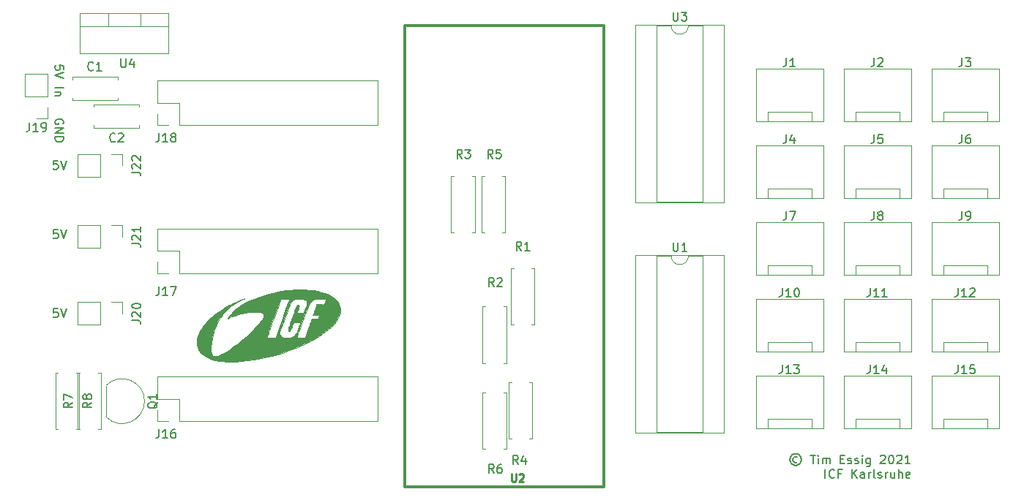
<source format=gbr>
G04 #@! TF.GenerationSoftware,KiCad,Pcbnew,5.1.6+dfsg1-1*
G04 #@! TF.CreationDate,2021-04-10T12:13:44+02:00*
G04 #@! TF.ProjectId,xfaders,78666164-6572-4732-9e6b-696361645f70,rev?*
G04 #@! TF.SameCoordinates,Original*
G04 #@! TF.FileFunction,Legend,Top*
G04 #@! TF.FilePolarity,Positive*
%FSLAX46Y46*%
G04 Gerber Fmt 4.6, Leading zero omitted, Abs format (unit mm)*
G04 Created by KiCad (PCBNEW 5.1.6+dfsg1-1) date 2021-04-10 12:13:44*
%MOMM*%
%LPD*%
G01*
G04 APERTURE LIST*
%ADD10C,0.150000*%
%ADD11C,0.120000*%
%ADD12C,0.304800*%
%ADD13C,0.010000*%
%ADD14C,0.222250*%
G04 APERTURE END LIST*
D10*
X60134523Y-93686380D02*
X59658333Y-93686380D01*
X59610714Y-94162571D01*
X59658333Y-94114952D01*
X59753571Y-94067333D01*
X59991666Y-94067333D01*
X60086904Y-94114952D01*
X60134523Y-94162571D01*
X60182142Y-94257809D01*
X60182142Y-94495904D01*
X60134523Y-94591142D01*
X60086904Y-94638761D01*
X59991666Y-94686380D01*
X59753571Y-94686380D01*
X59658333Y-94638761D01*
X59610714Y-94591142D01*
X60467857Y-93686380D02*
X60801190Y-94686380D01*
X61134523Y-93686380D01*
X60134523Y-84542380D02*
X59658333Y-84542380D01*
X59610714Y-85018571D01*
X59658333Y-84970952D01*
X59753571Y-84923333D01*
X59991666Y-84923333D01*
X60086904Y-84970952D01*
X60134523Y-85018571D01*
X60182142Y-85113809D01*
X60182142Y-85351904D01*
X60134523Y-85447142D01*
X60086904Y-85494761D01*
X59991666Y-85542380D01*
X59753571Y-85542380D01*
X59658333Y-85494761D01*
X59610714Y-85447142D01*
X60467857Y-84542380D02*
X60801190Y-85542380D01*
X61134523Y-84542380D01*
X60134523Y-76541380D02*
X59658333Y-76541380D01*
X59610714Y-77017571D01*
X59658333Y-76969952D01*
X59753571Y-76922333D01*
X59991666Y-76922333D01*
X60086904Y-76969952D01*
X60134523Y-77017571D01*
X60182142Y-77112809D01*
X60182142Y-77350904D01*
X60134523Y-77446142D01*
X60086904Y-77493761D01*
X59991666Y-77541380D01*
X59753571Y-77541380D01*
X59658333Y-77493761D01*
X59610714Y-77446142D01*
X60467857Y-76541380D02*
X60801190Y-77541380D01*
X61134523Y-76541380D01*
X60809119Y-65984928D02*
X60809119Y-65508738D01*
X60332928Y-65461119D01*
X60380547Y-65508738D01*
X60428166Y-65603976D01*
X60428166Y-65842071D01*
X60380547Y-65937309D01*
X60332928Y-65984928D01*
X60237690Y-66032547D01*
X59999595Y-66032547D01*
X59904357Y-65984928D01*
X59856738Y-65937309D01*
X59809119Y-65842071D01*
X59809119Y-65603976D01*
X59856738Y-65508738D01*
X59904357Y-65461119D01*
X60809119Y-66318261D02*
X59809119Y-66651595D01*
X60809119Y-66984928D01*
X59809119Y-68080166D02*
X60809119Y-68080166D01*
X60475785Y-68556357D02*
X59809119Y-68556357D01*
X60380547Y-68556357D02*
X60428166Y-68603976D01*
X60475785Y-68699214D01*
X60475785Y-68842071D01*
X60428166Y-68937309D01*
X60332928Y-68984928D01*
X59809119Y-68984928D01*
X60761500Y-72270642D02*
X60809119Y-72175404D01*
X60809119Y-72032547D01*
X60761500Y-71889690D01*
X60666261Y-71794452D01*
X60571023Y-71746833D01*
X60380547Y-71699214D01*
X60237690Y-71699214D01*
X60047214Y-71746833D01*
X59951976Y-71794452D01*
X59856738Y-71889690D01*
X59809119Y-72032547D01*
X59809119Y-72127785D01*
X59856738Y-72270642D01*
X59904357Y-72318261D01*
X60237690Y-72318261D01*
X60237690Y-72127785D01*
X59809119Y-72746833D02*
X60809119Y-72746833D01*
X59809119Y-73318261D01*
X60809119Y-73318261D01*
X59809119Y-73794452D02*
X60809119Y-73794452D01*
X60809119Y-74032547D01*
X60761500Y-74175404D01*
X60666261Y-74270642D01*
X60571023Y-74318261D01*
X60380547Y-74365880D01*
X60237690Y-74365880D01*
X60047214Y-74318261D01*
X59951976Y-74270642D01*
X59856738Y-74175404D01*
X59809119Y-74032547D01*
X59809119Y-73794452D01*
X145668404Y-110879476D02*
X145573166Y-110831857D01*
X145382690Y-110831857D01*
X145287452Y-110879476D01*
X145192214Y-110974714D01*
X145144595Y-111069952D01*
X145144595Y-111260428D01*
X145192214Y-111355666D01*
X145287452Y-111450904D01*
X145382690Y-111498523D01*
X145573166Y-111498523D01*
X145668404Y-111450904D01*
X145477928Y-110498523D02*
X145239833Y-110546142D01*
X145001738Y-110689000D01*
X144858880Y-110927095D01*
X144811261Y-111165190D01*
X144858880Y-111403285D01*
X145001738Y-111641380D01*
X145239833Y-111784238D01*
X145477928Y-111831857D01*
X145716023Y-111784238D01*
X145954119Y-111641380D01*
X146096976Y-111403285D01*
X146144595Y-111165190D01*
X146096976Y-110927095D01*
X145954119Y-110689000D01*
X145716023Y-110546142D01*
X145477928Y-110498523D01*
X147192214Y-110641380D02*
X147763642Y-110641380D01*
X147477928Y-111641380D02*
X147477928Y-110641380D01*
X148096976Y-111641380D02*
X148096976Y-110974714D01*
X148096976Y-110641380D02*
X148049357Y-110689000D01*
X148096976Y-110736619D01*
X148144595Y-110689000D01*
X148096976Y-110641380D01*
X148096976Y-110736619D01*
X148573166Y-111641380D02*
X148573166Y-110974714D01*
X148573166Y-111069952D02*
X148620785Y-111022333D01*
X148716023Y-110974714D01*
X148858880Y-110974714D01*
X148954119Y-111022333D01*
X149001738Y-111117571D01*
X149001738Y-111641380D01*
X149001738Y-111117571D02*
X149049357Y-111022333D01*
X149144595Y-110974714D01*
X149287452Y-110974714D01*
X149382690Y-111022333D01*
X149430309Y-111117571D01*
X149430309Y-111641380D01*
X150668404Y-111117571D02*
X151001738Y-111117571D01*
X151144595Y-111641380D02*
X150668404Y-111641380D01*
X150668404Y-110641380D01*
X151144595Y-110641380D01*
X151525547Y-111593761D02*
X151620785Y-111641380D01*
X151811261Y-111641380D01*
X151906500Y-111593761D01*
X151954119Y-111498523D01*
X151954119Y-111450904D01*
X151906500Y-111355666D01*
X151811261Y-111308047D01*
X151668404Y-111308047D01*
X151573166Y-111260428D01*
X151525547Y-111165190D01*
X151525547Y-111117571D01*
X151573166Y-111022333D01*
X151668404Y-110974714D01*
X151811261Y-110974714D01*
X151906500Y-111022333D01*
X152335071Y-111593761D02*
X152430309Y-111641380D01*
X152620785Y-111641380D01*
X152716023Y-111593761D01*
X152763642Y-111498523D01*
X152763642Y-111450904D01*
X152716023Y-111355666D01*
X152620785Y-111308047D01*
X152477928Y-111308047D01*
X152382690Y-111260428D01*
X152335071Y-111165190D01*
X152335071Y-111117571D01*
X152382690Y-111022333D01*
X152477928Y-110974714D01*
X152620785Y-110974714D01*
X152716023Y-111022333D01*
X153192214Y-111641380D02*
X153192214Y-110974714D01*
X153192214Y-110641380D02*
X153144595Y-110689000D01*
X153192214Y-110736619D01*
X153239833Y-110689000D01*
X153192214Y-110641380D01*
X153192214Y-110736619D01*
X154096976Y-110974714D02*
X154096976Y-111784238D01*
X154049357Y-111879476D01*
X154001738Y-111927095D01*
X153906500Y-111974714D01*
X153763642Y-111974714D01*
X153668404Y-111927095D01*
X154096976Y-111593761D02*
X154001738Y-111641380D01*
X153811261Y-111641380D01*
X153716023Y-111593761D01*
X153668404Y-111546142D01*
X153620785Y-111450904D01*
X153620785Y-111165190D01*
X153668404Y-111069952D01*
X153716023Y-111022333D01*
X153811261Y-110974714D01*
X154001738Y-110974714D01*
X154096976Y-111022333D01*
X155287452Y-110736619D02*
X155335071Y-110689000D01*
X155430309Y-110641380D01*
X155668404Y-110641380D01*
X155763642Y-110689000D01*
X155811261Y-110736619D01*
X155858880Y-110831857D01*
X155858880Y-110927095D01*
X155811261Y-111069952D01*
X155239833Y-111641380D01*
X155858880Y-111641380D01*
X156477928Y-110641380D02*
X156573166Y-110641380D01*
X156668404Y-110689000D01*
X156716023Y-110736619D01*
X156763642Y-110831857D01*
X156811261Y-111022333D01*
X156811261Y-111260428D01*
X156763642Y-111450904D01*
X156716023Y-111546142D01*
X156668404Y-111593761D01*
X156573166Y-111641380D01*
X156477928Y-111641380D01*
X156382690Y-111593761D01*
X156335071Y-111546142D01*
X156287452Y-111450904D01*
X156239833Y-111260428D01*
X156239833Y-111022333D01*
X156287452Y-110831857D01*
X156335071Y-110736619D01*
X156382690Y-110689000D01*
X156477928Y-110641380D01*
X157192214Y-110736619D02*
X157239833Y-110689000D01*
X157335071Y-110641380D01*
X157573166Y-110641380D01*
X157668404Y-110689000D01*
X157716023Y-110736619D01*
X157763642Y-110831857D01*
X157763642Y-110927095D01*
X157716023Y-111069952D01*
X157144595Y-111641380D01*
X157763642Y-111641380D01*
X158716023Y-111641380D02*
X158144595Y-111641380D01*
X158430309Y-111641380D02*
X158430309Y-110641380D01*
X158335071Y-110784238D01*
X158239833Y-110879476D01*
X158144595Y-110927095D01*
X148906500Y-113291380D02*
X148906500Y-112291380D01*
X149954119Y-113196142D02*
X149906500Y-113243761D01*
X149763642Y-113291380D01*
X149668404Y-113291380D01*
X149525547Y-113243761D01*
X149430309Y-113148523D01*
X149382690Y-113053285D01*
X149335071Y-112862809D01*
X149335071Y-112719952D01*
X149382690Y-112529476D01*
X149430309Y-112434238D01*
X149525547Y-112339000D01*
X149668404Y-112291380D01*
X149763642Y-112291380D01*
X149906500Y-112339000D01*
X149954119Y-112386619D01*
X150716023Y-112767571D02*
X150382690Y-112767571D01*
X150382690Y-113291380D02*
X150382690Y-112291380D01*
X150858880Y-112291380D01*
X152001738Y-113291380D02*
X152001738Y-112291380D01*
X152573166Y-113291380D02*
X152144595Y-112719952D01*
X152573166Y-112291380D02*
X152001738Y-112862809D01*
X153430309Y-113291380D02*
X153430309Y-112767571D01*
X153382690Y-112672333D01*
X153287452Y-112624714D01*
X153096976Y-112624714D01*
X153001738Y-112672333D01*
X153430309Y-113243761D02*
X153335071Y-113291380D01*
X153096976Y-113291380D01*
X153001738Y-113243761D01*
X152954119Y-113148523D01*
X152954119Y-113053285D01*
X153001738Y-112958047D01*
X153096976Y-112910428D01*
X153335071Y-112910428D01*
X153430309Y-112862809D01*
X153906500Y-113291380D02*
X153906500Y-112624714D01*
X153906500Y-112815190D02*
X153954119Y-112719952D01*
X154001738Y-112672333D01*
X154096976Y-112624714D01*
X154192214Y-112624714D01*
X154668404Y-113291380D02*
X154573166Y-113243761D01*
X154525547Y-113148523D01*
X154525547Y-112291380D01*
X155001738Y-113243761D02*
X155096976Y-113291380D01*
X155287452Y-113291380D01*
X155382690Y-113243761D01*
X155430309Y-113148523D01*
X155430309Y-113100904D01*
X155382690Y-113005666D01*
X155287452Y-112958047D01*
X155144595Y-112958047D01*
X155049357Y-112910428D01*
X155001738Y-112815190D01*
X155001738Y-112767571D01*
X155049357Y-112672333D01*
X155144595Y-112624714D01*
X155287452Y-112624714D01*
X155382690Y-112672333D01*
X155858880Y-113291380D02*
X155858880Y-112624714D01*
X155858880Y-112815190D02*
X155906500Y-112719952D01*
X155954119Y-112672333D01*
X156049357Y-112624714D01*
X156144595Y-112624714D01*
X156906500Y-112624714D02*
X156906500Y-113291380D01*
X156477928Y-112624714D02*
X156477928Y-113148523D01*
X156525547Y-113243761D01*
X156620785Y-113291380D01*
X156763642Y-113291380D01*
X156858880Y-113243761D01*
X156906500Y-113196142D01*
X157382690Y-113291380D02*
X157382690Y-112291380D01*
X157811261Y-113291380D02*
X157811261Y-112767571D01*
X157763642Y-112672333D01*
X157668404Y-112624714D01*
X157525547Y-112624714D01*
X157430309Y-112672333D01*
X157382690Y-112719952D01*
X158668404Y-113243761D02*
X158573166Y-113291380D01*
X158382690Y-113291380D01*
X158287452Y-113243761D01*
X158239833Y-113148523D01*
X158239833Y-112767571D01*
X158287452Y-112672333D01*
X158382690Y-112624714D01*
X158573166Y-112624714D01*
X158668404Y-112672333D01*
X158716023Y-112767571D01*
X158716023Y-112862809D01*
X158239833Y-112958047D01*
D11*
X61809000Y-66829000D02*
X67049000Y-66829000D01*
X61809000Y-69569000D02*
X67049000Y-69569000D01*
X61809000Y-66829000D02*
X61809000Y-67144000D01*
X61809000Y-69254000D02*
X61809000Y-69569000D01*
X67049000Y-66829000D02*
X67049000Y-67144000D01*
X67049000Y-69254000D02*
X67049000Y-69569000D01*
X64269000Y-70004000D02*
X69509000Y-70004000D01*
X64269000Y-72744000D02*
X69509000Y-72744000D01*
X64269000Y-70004000D02*
X64269000Y-70319000D01*
X64269000Y-72429000D02*
X64269000Y-72744000D01*
X69509000Y-70004000D02*
X69509000Y-70319000D01*
X69509000Y-72429000D02*
X69509000Y-72744000D01*
X65714000Y-102594000D02*
X65714000Y-106194000D01*
X65725522Y-106232478D02*
G75*
G03*
X70164000Y-104394000I1838478J1838478D01*
G01*
X65725522Y-102555522D02*
G75*
G02*
X70164000Y-104394000I1838478J-1838478D01*
G01*
D12*
X123260000Y-60910000D02*
X123260000Y-114310000D01*
X123260000Y-114310000D02*
X100260000Y-114310000D01*
X100260000Y-114310000D02*
X100260000Y-60910000D01*
X100260000Y-60910000D02*
X123260000Y-60910000D01*
D11*
X62424000Y-84014000D02*
X62424000Y-86674000D01*
X65024000Y-84014000D02*
X62424000Y-84014000D01*
X65024000Y-86674000D02*
X62424000Y-86674000D01*
X65024000Y-84014000D02*
X65024000Y-86674000D01*
X66294000Y-84014000D02*
X67624000Y-84014000D01*
X67624000Y-84014000D02*
X67624000Y-85344000D01*
X62424000Y-92904000D02*
X62424000Y-95564000D01*
X65024000Y-92904000D02*
X62424000Y-92904000D01*
X65024000Y-95564000D02*
X62424000Y-95564000D01*
X65024000Y-92904000D02*
X65024000Y-95564000D01*
X66294000Y-92904000D02*
X67624000Y-92904000D01*
X67624000Y-92904000D02*
X67624000Y-94234000D01*
X58988000Y-66488000D02*
X56328000Y-66488000D01*
X58988000Y-69088000D02*
X58988000Y-66488000D01*
X56328000Y-69088000D02*
X56328000Y-66488000D01*
X58988000Y-69088000D02*
X56328000Y-69088000D01*
X58988000Y-70358000D02*
X58988000Y-71688000D01*
X58988000Y-71688000D02*
X57658000Y-71688000D01*
X62424000Y-75759000D02*
X62424000Y-78419000D01*
X65024000Y-75759000D02*
X62424000Y-75759000D01*
X65024000Y-78419000D02*
X62424000Y-78419000D01*
X65024000Y-75759000D02*
X65024000Y-78419000D01*
X66294000Y-75759000D02*
X67624000Y-75759000D01*
X67624000Y-75759000D02*
X67624000Y-77089000D01*
X62698000Y-59468000D02*
X72938000Y-59468000D01*
X62698000Y-64109000D02*
X72938000Y-64109000D01*
X62698000Y-59468000D02*
X62698000Y-64109000D01*
X72938000Y-59468000D02*
X72938000Y-64109000D01*
X62698000Y-60978000D02*
X72938000Y-60978000D01*
X65968000Y-59468000D02*
X65968000Y-60978000D01*
X69669000Y-59468000D02*
X69669000Y-60978000D01*
X62254000Y-101124000D02*
X62584000Y-101124000D01*
X62584000Y-101124000D02*
X62584000Y-107664000D01*
X62584000Y-107664000D02*
X62254000Y-107664000D01*
X60174000Y-101124000D02*
X59844000Y-101124000D01*
X59844000Y-101124000D02*
X59844000Y-107664000D01*
X59844000Y-107664000D02*
X60174000Y-107664000D01*
X62714000Y-107664000D02*
X62384000Y-107664000D01*
X62384000Y-107664000D02*
X62384000Y-101124000D01*
X62384000Y-101124000D02*
X62714000Y-101124000D01*
X64794000Y-107664000D02*
X65124000Y-107664000D01*
X65124000Y-107664000D02*
X65124000Y-101124000D01*
X65124000Y-101124000D02*
X64794000Y-101124000D01*
X111677320Y-103384600D02*
X112007320Y-103384600D01*
X112007320Y-103384600D02*
X112007320Y-109924600D01*
X112007320Y-109924600D02*
X111677320Y-109924600D01*
X109597320Y-103384600D02*
X109267320Y-103384600D01*
X109267320Y-103384600D02*
X109267320Y-109924600D01*
X109267320Y-109924600D02*
X109597320Y-109924600D01*
X111565560Y-78304640D02*
X111895560Y-78304640D01*
X111895560Y-78304640D02*
X111895560Y-84844640D01*
X111895560Y-84844640D02*
X111565560Y-84844640D01*
X109485560Y-78304640D02*
X109155560Y-78304640D01*
X109155560Y-78304640D02*
X109155560Y-84844640D01*
X109155560Y-84844640D02*
X109485560Y-84844640D01*
X112589440Y-108756200D02*
X112259440Y-108756200D01*
X112259440Y-108756200D02*
X112259440Y-102216200D01*
X112259440Y-102216200D02*
X112589440Y-102216200D01*
X114669440Y-108756200D02*
X114999440Y-108756200D01*
X114999440Y-108756200D02*
X114999440Y-102216200D01*
X114999440Y-102216200D02*
X114669440Y-102216200D01*
X108050200Y-78350360D02*
X108380200Y-78350360D01*
X108380200Y-78350360D02*
X108380200Y-84890360D01*
X108380200Y-84890360D02*
X108050200Y-84890360D01*
X105970200Y-78350360D02*
X105640200Y-78350360D01*
X105640200Y-78350360D02*
X105640200Y-84890360D01*
X105640200Y-84890360D02*
X105970200Y-84890360D01*
X109597320Y-99972880D02*
X109267320Y-99972880D01*
X109267320Y-99972880D02*
X109267320Y-93432880D01*
X109267320Y-93432880D02*
X109597320Y-93432880D01*
X111677320Y-99972880D02*
X112007320Y-99972880D01*
X112007320Y-99972880D02*
X112007320Y-93432880D01*
X112007320Y-93432880D02*
X111677320Y-93432880D01*
X112863760Y-95527880D02*
X112533760Y-95527880D01*
X112533760Y-95527880D02*
X112533760Y-88987880D01*
X112533760Y-88987880D02*
X112863760Y-88987880D01*
X114943760Y-95527880D02*
X115273760Y-95527880D01*
X115273760Y-95527880D02*
X115273760Y-88987880D01*
X115273760Y-88987880D02*
X114943760Y-88987880D01*
X137220000Y-60840000D02*
X126940000Y-60840000D01*
X137220000Y-81400000D02*
X137220000Y-60840000D01*
X126940000Y-81400000D02*
X137220000Y-81400000D01*
X126940000Y-60840000D02*
X126940000Y-81400000D01*
X134730000Y-60900000D02*
X133080000Y-60900000D01*
X134730000Y-81340000D02*
X134730000Y-60900000D01*
X129430000Y-81340000D02*
X134730000Y-81340000D01*
X129430000Y-60900000D02*
X129430000Y-81340000D01*
X131080000Y-60900000D02*
X129430000Y-60900000D01*
X133080000Y-60900000D02*
G75*
G02*
X131080000Y-60900000I-1000000J0D01*
G01*
X131080000Y-87570000D02*
X129430000Y-87570000D01*
X129430000Y-87570000D02*
X129430000Y-108010000D01*
X129430000Y-108010000D02*
X134730000Y-108010000D01*
X134730000Y-108010000D02*
X134730000Y-87570000D01*
X134730000Y-87570000D02*
X133080000Y-87570000D01*
X126940000Y-87510000D02*
X126940000Y-108070000D01*
X126940000Y-108070000D02*
X137220000Y-108070000D01*
X137220000Y-108070000D02*
X137220000Y-87510000D01*
X137220000Y-87510000D02*
X126940000Y-87510000D01*
X133080000Y-87570000D02*
G75*
G02*
X131080000Y-87570000I-1000000J0D01*
G01*
D13*
G36*
X81724500Y-92508917D02*
G01*
X81713916Y-92519500D01*
X81703333Y-92508917D01*
X81713916Y-92498333D01*
X81724500Y-92508917D01*
G37*
X81724500Y-92508917D02*
X81713916Y-92519500D01*
X81703333Y-92508917D01*
X81713916Y-92498333D01*
X81724500Y-92508917D01*
G36*
X81675111Y-92526555D02*
G01*
X81672205Y-92539139D01*
X81661000Y-92540667D01*
X81643577Y-92532922D01*
X81646888Y-92526555D01*
X81672008Y-92524022D01*
X81675111Y-92526555D01*
G37*
X81675111Y-92526555D02*
X81672205Y-92539139D01*
X81661000Y-92540667D01*
X81643577Y-92532922D01*
X81646888Y-92526555D01*
X81672008Y-92524022D01*
X81675111Y-92526555D01*
G36*
X88090127Y-91470883D02*
G01*
X88277922Y-91475666D01*
X88474136Y-91482393D01*
X88670320Y-91490767D01*
X88858024Y-91500487D01*
X89028798Y-91511256D01*
X89174194Y-91522774D01*
X89206345Y-91525810D01*
X89700242Y-91585471D01*
X90159131Y-91663724D01*
X90582646Y-91760374D01*
X90970421Y-91875228D01*
X91322088Y-92008091D01*
X91637281Y-92158769D01*
X91915632Y-92327068D01*
X92156776Y-92512794D01*
X92360344Y-92715753D01*
X92525972Y-92935751D01*
X92653291Y-93172595D01*
X92732256Y-93390960D01*
X92761038Y-93523638D01*
X92780839Y-93681166D01*
X92790776Y-93847732D01*
X92789969Y-94007525D01*
X92777539Y-94144734D01*
X92775077Y-94159779D01*
X92709749Y-94417715D01*
X92603279Y-94680218D01*
X92456518Y-94946493D01*
X92270316Y-95215743D01*
X92045523Y-95487174D01*
X91782991Y-95759989D01*
X91483569Y-96033392D01*
X91148109Y-96306588D01*
X90777460Y-96578780D01*
X90372472Y-96849174D01*
X89933997Y-97116973D01*
X89462885Y-97381381D01*
X89164583Y-97538233D01*
X88439690Y-97890109D01*
X87684371Y-98217955D01*
X86904085Y-98520198D01*
X86104292Y-98795264D01*
X85290453Y-99041579D01*
X84468026Y-99257569D01*
X83642473Y-99441661D01*
X82819252Y-99592281D01*
X82003825Y-99707855D01*
X81428166Y-99768169D01*
X81103885Y-99793807D01*
X80777621Y-99813636D01*
X80458120Y-99827362D01*
X80154130Y-99834688D01*
X79874399Y-99835319D01*
X79629000Y-99829016D01*
X79186195Y-99797690D01*
X78769695Y-99743880D01*
X78380544Y-99668301D01*
X78019787Y-99571664D01*
X77688471Y-99454685D01*
X77387641Y-99318077D01*
X77118342Y-99162554D01*
X76881621Y-98988829D01*
X76678522Y-98797615D01*
X76510091Y-98589627D01*
X76377374Y-98365578D01*
X76281417Y-98126181D01*
X76223264Y-97872151D01*
X76203962Y-97604201D01*
X76207331Y-97493667D01*
X76246266Y-97182054D01*
X76325863Y-96866222D01*
X76444830Y-96547595D01*
X76601874Y-96227602D01*
X76795703Y-95907669D01*
X77025023Y-95589223D01*
X77288542Y-95273690D01*
X77584968Y-94962499D01*
X77913008Y-94657075D01*
X78271369Y-94358846D01*
X78658759Y-94069238D01*
X79073885Y-93789679D01*
X79515455Y-93521596D01*
X79982175Y-93266414D01*
X80084083Y-93214182D01*
X80221364Y-93145269D01*
X80362523Y-93075548D01*
X80497258Y-93010026D01*
X80615269Y-92953711D01*
X80706256Y-92911611D01*
X80708500Y-92910603D01*
X80788877Y-92875301D01*
X80889250Y-92832419D01*
X81002989Y-92784658D01*
X81123465Y-92734722D01*
X81244047Y-92685313D01*
X81358107Y-92639133D01*
X81459014Y-92598885D01*
X81540141Y-92567270D01*
X81594856Y-92546991D01*
X81616031Y-92540667D01*
X81601863Y-92549535D01*
X81555136Y-92574286D01*
X81481289Y-92612138D01*
X81385760Y-92660311D01*
X81273987Y-92716022D01*
X81247847Y-92728969D01*
X80879495Y-92923114D01*
X80545154Y-93125384D01*
X80236562Y-93341586D01*
X79945459Y-93577529D01*
X79663585Y-93839024D01*
X79649458Y-93853000D01*
X79485358Y-94019953D01*
X79345443Y-94172463D01*
X79220286Y-94321825D01*
X79100462Y-94479333D01*
X78976544Y-94656280D01*
X78966018Y-94671841D01*
X78705068Y-95094984D01*
X78479245Y-95539343D01*
X78288345Y-96005588D01*
X78132162Y-96494386D01*
X78010493Y-97006407D01*
X77923133Y-97542319D01*
X77869878Y-98102790D01*
X77859966Y-98288343D01*
X77855246Y-98505656D01*
X77862417Y-98685699D01*
X77882401Y-98832089D01*
X77916121Y-98948444D01*
X77964499Y-99038381D01*
X78028458Y-99105517D01*
X78076466Y-99137346D01*
X78179206Y-99180785D01*
X78289640Y-99198084D01*
X78419064Y-99190396D01*
X78486000Y-99179190D01*
X78674019Y-99129579D01*
X78886945Y-99049265D01*
X79122444Y-98939948D01*
X79378183Y-98803330D01*
X79651827Y-98641114D01*
X79941045Y-98455001D01*
X80243502Y-98246693D01*
X80556865Y-98017891D01*
X80878801Y-97770297D01*
X81206977Y-97505613D01*
X81539059Y-97225540D01*
X81744410Y-97044743D01*
X84311343Y-97044743D01*
X84319492Y-97053564D01*
X84341230Y-97060097D01*
X84381309Y-97064680D01*
X84444480Y-97067655D01*
X84535495Y-97069362D01*
X84659106Y-97070141D01*
X84820064Y-97070333D01*
X85356215Y-97070333D01*
X85563346Y-96470561D01*
X85774470Y-96470561D01*
X85784817Y-96609440D01*
X85834721Y-96734157D01*
X85923572Y-96843315D01*
X86050758Y-96935518D01*
X86081109Y-96951991D01*
X86218483Y-97006057D01*
X86383708Y-97043861D01*
X86565102Y-97064288D01*
X86750984Y-97066221D01*
X86815539Y-97059834D01*
X87735833Y-97059834D01*
X87756033Y-97062767D01*
X87812766Y-97065385D01*
X87900235Y-97067566D01*
X88012638Y-97069190D01*
X88144178Y-97070137D01*
X88241254Y-97070333D01*
X88746675Y-97070333D01*
X89102023Y-96017292D01*
X89170607Y-95814106D01*
X89235481Y-95622025D01*
X89295313Y-95444981D01*
X89348774Y-95286908D01*
X89394531Y-95151737D01*
X89431255Y-95043401D01*
X89457614Y-94965833D01*
X89472277Y-94922966D01*
X89474494Y-94916625D01*
X89481851Y-94899664D01*
X89493926Y-94887300D01*
X89516760Y-94878805D01*
X89556392Y-94873454D01*
X89618864Y-94870521D01*
X89710215Y-94869279D01*
X89836487Y-94869003D01*
X89870673Y-94869000D01*
X90249728Y-94869000D01*
X90397758Y-94456250D01*
X90019295Y-94450481D01*
X89898030Y-94447816D01*
X89792888Y-94443948D01*
X89710567Y-94439251D01*
X89657764Y-94434099D01*
X89641011Y-94429314D01*
X89647725Y-94406190D01*
X89666650Y-94348083D01*
X89696096Y-94259994D01*
X89734375Y-94146927D01*
X89779800Y-94013884D01*
X89830681Y-93865867D01*
X89852678Y-93802159D01*
X89905250Y-93649787D01*
X89953057Y-93510650D01*
X89994417Y-93389690D01*
X90027647Y-93291850D01*
X90051065Y-93222069D01*
X90062990Y-93185289D01*
X90064166Y-93180883D01*
X90084025Y-93179414D01*
X90138433Y-93179352D01*
X90219637Y-93180478D01*
X90319885Y-93182572D01*
X90431422Y-93185415D01*
X90546497Y-93188788D01*
X90657356Y-93192473D01*
X90756246Y-93196249D01*
X90835415Y-93199898D01*
X90887109Y-93203200D01*
X90899164Y-93204488D01*
X90911041Y-93186685D01*
X90934043Y-93137159D01*
X90965011Y-93064040D01*
X91000791Y-92975459D01*
X91038225Y-92879543D01*
X91074156Y-92784424D01*
X91105429Y-92698231D01*
X91128886Y-92629093D01*
X91141370Y-92585139D01*
X91142533Y-92577708D01*
X91122851Y-92572239D01*
X91067111Y-92567944D01*
X90981570Y-92564782D01*
X90872485Y-92562717D01*
X90746115Y-92561708D01*
X90608717Y-92561717D01*
X90466548Y-92562705D01*
X90325866Y-92564634D01*
X90192929Y-92567464D01*
X90073994Y-92571157D01*
X89975318Y-92575673D01*
X89903160Y-92580975D01*
X89869416Y-92585608D01*
X89694780Y-92642143D01*
X89540559Y-92734146D01*
X89404489Y-92863232D01*
X89316475Y-92980062D01*
X89265708Y-93060649D01*
X89219968Y-93140117D01*
X89188389Y-93202514D01*
X89186271Y-93207417D01*
X89173235Y-93240410D01*
X89146983Y-93308649D01*
X89108756Y-93408839D01*
X89059793Y-93537686D01*
X89001336Y-93691895D01*
X88934625Y-93868171D01*
X88860899Y-94063219D01*
X88781400Y-94273746D01*
X88697369Y-94496455D01*
X88610044Y-94728054D01*
X88520668Y-94965246D01*
X88430480Y-95204737D01*
X88340721Y-95443233D01*
X88252631Y-95677439D01*
X88167450Y-95904060D01*
X88086420Y-96119802D01*
X88010780Y-96321370D01*
X87941771Y-96505469D01*
X87880634Y-96668805D01*
X87828609Y-96808083D01*
X87786936Y-96920009D01*
X87756855Y-97001287D01*
X87739608Y-97048623D01*
X87735833Y-97059834D01*
X86815539Y-97059834D01*
X86929671Y-97048542D01*
X86984416Y-97038352D01*
X87193025Y-96973777D01*
X87380171Y-96872914D01*
X87544957Y-96736477D01*
X87686483Y-96565181D01*
X87782324Y-96403583D01*
X87808887Y-96345449D01*
X87844513Y-96258731D01*
X87886823Y-96150104D01*
X87933433Y-96026240D01*
X87981961Y-95893812D01*
X88030026Y-95759492D01*
X88075245Y-95629954D01*
X88115236Y-95511870D01*
X88147618Y-95411912D01*
X88170008Y-95336755D01*
X88180024Y-95293069D01*
X88180333Y-95288654D01*
X88160279Y-95283096D01*
X88104544Y-95278839D01*
X88019763Y-95276102D01*
X87912576Y-95275104D01*
X87794874Y-95275981D01*
X87409415Y-95281750D01*
X87270288Y-95642491D01*
X87204717Y-95809133D01*
X87149323Y-95941224D01*
X87101098Y-96044439D01*
X87057036Y-96124456D01*
X87014127Y-96186951D01*
X86969366Y-96237601D01*
X86940902Y-96264197D01*
X86882497Y-96308986D01*
X86841618Y-96320008D01*
X86809616Y-96296764D01*
X86785610Y-96255265D01*
X86769356Y-96207774D01*
X86767412Y-96151623D01*
X86778781Y-96072980D01*
X86789009Y-96036269D01*
X86812251Y-95963758D01*
X86847093Y-95859445D01*
X86892123Y-95727329D01*
X86945928Y-95571409D01*
X87007094Y-95395685D01*
X87074210Y-95204153D01*
X87145861Y-95000815D01*
X87220636Y-94789668D01*
X87297120Y-94574711D01*
X87373902Y-94359943D01*
X87449568Y-94149363D01*
X87522705Y-93946970D01*
X87591900Y-93756763D01*
X87655740Y-93582740D01*
X87712813Y-93428901D01*
X87716830Y-93418159D01*
X87755075Y-93334697D01*
X87798663Y-93285779D01*
X87856787Y-93263791D01*
X87907400Y-93260333D01*
X87980396Y-93275675D01*
X88032313Y-93316395D01*
X88053274Y-93374530D01*
X88053333Y-93377966D01*
X88046554Y-93412695D01*
X88027732Y-93479890D01*
X87999145Y-93572178D01*
X87963067Y-93682185D01*
X87926333Y-93789500D01*
X87885897Y-93905827D01*
X87850778Y-94007710D01*
X87823179Y-94088687D01*
X87805303Y-94142295D01*
X87799333Y-94161981D01*
X87819394Y-94164683D01*
X87875154Y-94167029D01*
X87959980Y-94168873D01*
X88067240Y-94170069D01*
X88185625Y-94170472D01*
X88571916Y-94170444D01*
X88761093Y-93670278D01*
X88820839Y-93511168D01*
X88866744Y-93385539D01*
X88900562Y-93287513D01*
X88924049Y-93211215D01*
X88938962Y-93150770D01*
X88947054Y-93100300D01*
X88950082Y-93053932D01*
X88950270Y-93037052D01*
X88937986Y-92916790D01*
X88897994Y-92821211D01*
X88825585Y-92743280D01*
X88716051Y-92675957D01*
X88705064Y-92670589D01*
X88598227Y-92627409D01*
X88478624Y-92596127D01*
X88339427Y-92575820D01*
X88173810Y-92565565D01*
X87974944Y-92564439D01*
X87926333Y-92565319D01*
X87772303Y-92570643D01*
X87651451Y-92581390D01*
X87554665Y-92600995D01*
X87472835Y-92632894D01*
X87396852Y-92680520D01*
X87317605Y-92747309D01*
X87237614Y-92824984D01*
X87088646Y-92974583D01*
X86466662Y-94583250D01*
X86369390Y-94835104D01*
X86275798Y-95077959D01*
X86187124Y-95308575D01*
X86104605Y-95523708D01*
X86029479Y-95720116D01*
X85962982Y-95894557D01*
X85906353Y-96043789D01*
X85860827Y-96164569D01*
X85827644Y-96253656D01*
X85808039Y-96307806D01*
X85804290Y-96318917D01*
X85774470Y-96470561D01*
X85563346Y-96470561D01*
X86125582Y-94842542D01*
X86227661Y-94546980D01*
X86325949Y-94262437D01*
X86419554Y-93991490D01*
X86507585Y-93736720D01*
X86589150Y-93500704D01*
X86663357Y-93286022D01*
X86729316Y-93095252D01*
X86786133Y-92930974D01*
X86832919Y-92795766D01*
X86868781Y-92692206D01*
X86892828Y-92622875D01*
X86904168Y-92590350D01*
X86904906Y-92588292D01*
X86899412Y-92579569D01*
X86872891Y-92572864D01*
X86821351Y-92567959D01*
X86740797Y-92564639D01*
X86627239Y-92562685D01*
X86476683Y-92561883D01*
X86417445Y-92561833D01*
X86257428Y-92562147D01*
X86134776Y-92563302D01*
X86044523Y-92565617D01*
X85981706Y-92569413D01*
X85941358Y-92575011D01*
X85918514Y-92582729D01*
X85908210Y-92592887D01*
X85907415Y-92594704D01*
X85895718Y-92626423D01*
X85871105Y-92694144D01*
X85834695Y-92794753D01*
X85787607Y-92925139D01*
X85730959Y-93082188D01*
X85665870Y-93262789D01*
X85593459Y-93463829D01*
X85514845Y-93682195D01*
X85431146Y-93914775D01*
X85343481Y-94158457D01*
X85252969Y-94410127D01*
X85160729Y-94666674D01*
X85067878Y-94924985D01*
X84975537Y-95181948D01*
X84884823Y-95434449D01*
X84796856Y-95679378D01*
X84712754Y-95913620D01*
X84633635Y-96134065D01*
X84560620Y-96337598D01*
X84494826Y-96521108D01*
X84437371Y-96681483D01*
X84389376Y-96815609D01*
X84351958Y-96920375D01*
X84326237Y-96992667D01*
X84313330Y-97029374D01*
X84312033Y-97033292D01*
X84311343Y-97044743D01*
X81744410Y-97044743D01*
X81872714Y-96931781D01*
X82205609Y-96626037D01*
X82535410Y-96310009D01*
X82846333Y-95999150D01*
X83109620Y-95724066D01*
X83337896Y-95472327D01*
X83531327Y-95243729D01*
X83690080Y-95038067D01*
X83814319Y-94855135D01*
X83904212Y-94694728D01*
X83906948Y-94689083D01*
X83956419Y-94553146D01*
X83966734Y-94432659D01*
X83938253Y-94327889D01*
X83871336Y-94239105D01*
X83766344Y-94166574D01*
X83623638Y-94110562D01*
X83443576Y-94071336D01*
X83226521Y-94049165D01*
X83036833Y-94043885D01*
X82635608Y-94057155D01*
X82221794Y-94096670D01*
X81803170Y-94160645D01*
X81387514Y-94247296D01*
X80982606Y-94354839D01*
X80596223Y-94481489D01*
X80236146Y-94625462D01*
X79989676Y-94742887D01*
X79907077Y-94784268D01*
X79839343Y-94816034D01*
X79794575Y-94834520D01*
X79780797Y-94837352D01*
X79784861Y-94814001D01*
X79808345Y-94763228D01*
X79846826Y-94692590D01*
X79895877Y-94609643D01*
X79951073Y-94521944D01*
X80007990Y-94437048D01*
X80047355Y-94382167D01*
X80247047Y-94142906D01*
X80486363Y-93907466D01*
X80762688Y-93676846D01*
X81073406Y-93452045D01*
X81415902Y-93234065D01*
X81787561Y-93023905D01*
X82185766Y-92822564D01*
X82607904Y-92631042D01*
X83051359Y-92450339D01*
X83513514Y-92281456D01*
X83991755Y-92125391D01*
X84483467Y-91983146D01*
X84986035Y-91855718D01*
X85496842Y-91744110D01*
X86013273Y-91649319D01*
X86532714Y-91572346D01*
X87052549Y-91514192D01*
X87570162Y-91475855D01*
X87661750Y-91471191D01*
X87773591Y-91468347D01*
X87919200Y-91468344D01*
X88090127Y-91470883D01*
G37*
X88090127Y-91470883D02*
X88277922Y-91475666D01*
X88474136Y-91482393D01*
X88670320Y-91490767D01*
X88858024Y-91500487D01*
X89028798Y-91511256D01*
X89174194Y-91522774D01*
X89206345Y-91525810D01*
X89700242Y-91585471D01*
X90159131Y-91663724D01*
X90582646Y-91760374D01*
X90970421Y-91875228D01*
X91322088Y-92008091D01*
X91637281Y-92158769D01*
X91915632Y-92327068D01*
X92156776Y-92512794D01*
X92360344Y-92715753D01*
X92525972Y-92935751D01*
X92653291Y-93172595D01*
X92732256Y-93390960D01*
X92761038Y-93523638D01*
X92780839Y-93681166D01*
X92790776Y-93847732D01*
X92789969Y-94007525D01*
X92777539Y-94144734D01*
X92775077Y-94159779D01*
X92709749Y-94417715D01*
X92603279Y-94680218D01*
X92456518Y-94946493D01*
X92270316Y-95215743D01*
X92045523Y-95487174D01*
X91782991Y-95759989D01*
X91483569Y-96033392D01*
X91148109Y-96306588D01*
X90777460Y-96578780D01*
X90372472Y-96849174D01*
X89933997Y-97116973D01*
X89462885Y-97381381D01*
X89164583Y-97538233D01*
X88439690Y-97890109D01*
X87684371Y-98217955D01*
X86904085Y-98520198D01*
X86104292Y-98795264D01*
X85290453Y-99041579D01*
X84468026Y-99257569D01*
X83642473Y-99441661D01*
X82819252Y-99592281D01*
X82003825Y-99707855D01*
X81428166Y-99768169D01*
X81103885Y-99793807D01*
X80777621Y-99813636D01*
X80458120Y-99827362D01*
X80154130Y-99834688D01*
X79874399Y-99835319D01*
X79629000Y-99829016D01*
X79186195Y-99797690D01*
X78769695Y-99743880D01*
X78380544Y-99668301D01*
X78019787Y-99571664D01*
X77688471Y-99454685D01*
X77387641Y-99318077D01*
X77118342Y-99162554D01*
X76881621Y-98988829D01*
X76678522Y-98797615D01*
X76510091Y-98589627D01*
X76377374Y-98365578D01*
X76281417Y-98126181D01*
X76223264Y-97872151D01*
X76203962Y-97604201D01*
X76207331Y-97493667D01*
X76246266Y-97182054D01*
X76325863Y-96866222D01*
X76444830Y-96547595D01*
X76601874Y-96227602D01*
X76795703Y-95907669D01*
X77025023Y-95589223D01*
X77288542Y-95273690D01*
X77584968Y-94962499D01*
X77913008Y-94657075D01*
X78271369Y-94358846D01*
X78658759Y-94069238D01*
X79073885Y-93789679D01*
X79515455Y-93521596D01*
X79982175Y-93266414D01*
X80084083Y-93214182D01*
X80221364Y-93145269D01*
X80362523Y-93075548D01*
X80497258Y-93010026D01*
X80615269Y-92953711D01*
X80706256Y-92911611D01*
X80708500Y-92910603D01*
X80788877Y-92875301D01*
X80889250Y-92832419D01*
X81002989Y-92784658D01*
X81123465Y-92734722D01*
X81244047Y-92685313D01*
X81358107Y-92639133D01*
X81459014Y-92598885D01*
X81540141Y-92567270D01*
X81594856Y-92546991D01*
X81616031Y-92540667D01*
X81601863Y-92549535D01*
X81555136Y-92574286D01*
X81481289Y-92612138D01*
X81385760Y-92660311D01*
X81273987Y-92716022D01*
X81247847Y-92728969D01*
X80879495Y-92923114D01*
X80545154Y-93125384D01*
X80236562Y-93341586D01*
X79945459Y-93577529D01*
X79663585Y-93839024D01*
X79649458Y-93853000D01*
X79485358Y-94019953D01*
X79345443Y-94172463D01*
X79220286Y-94321825D01*
X79100462Y-94479333D01*
X78976544Y-94656280D01*
X78966018Y-94671841D01*
X78705068Y-95094984D01*
X78479245Y-95539343D01*
X78288345Y-96005588D01*
X78132162Y-96494386D01*
X78010493Y-97006407D01*
X77923133Y-97542319D01*
X77869878Y-98102790D01*
X77859966Y-98288343D01*
X77855246Y-98505656D01*
X77862417Y-98685699D01*
X77882401Y-98832089D01*
X77916121Y-98948444D01*
X77964499Y-99038381D01*
X78028458Y-99105517D01*
X78076466Y-99137346D01*
X78179206Y-99180785D01*
X78289640Y-99198084D01*
X78419064Y-99190396D01*
X78486000Y-99179190D01*
X78674019Y-99129579D01*
X78886945Y-99049265D01*
X79122444Y-98939948D01*
X79378183Y-98803330D01*
X79651827Y-98641114D01*
X79941045Y-98455001D01*
X80243502Y-98246693D01*
X80556865Y-98017891D01*
X80878801Y-97770297D01*
X81206977Y-97505613D01*
X81539059Y-97225540D01*
X81744410Y-97044743D01*
X84311343Y-97044743D01*
X84319492Y-97053564D01*
X84341230Y-97060097D01*
X84381309Y-97064680D01*
X84444480Y-97067655D01*
X84535495Y-97069362D01*
X84659106Y-97070141D01*
X84820064Y-97070333D01*
X85356215Y-97070333D01*
X85563346Y-96470561D01*
X85774470Y-96470561D01*
X85784817Y-96609440D01*
X85834721Y-96734157D01*
X85923572Y-96843315D01*
X86050758Y-96935518D01*
X86081109Y-96951991D01*
X86218483Y-97006057D01*
X86383708Y-97043861D01*
X86565102Y-97064288D01*
X86750984Y-97066221D01*
X86815539Y-97059834D01*
X87735833Y-97059834D01*
X87756033Y-97062767D01*
X87812766Y-97065385D01*
X87900235Y-97067566D01*
X88012638Y-97069190D01*
X88144178Y-97070137D01*
X88241254Y-97070333D01*
X88746675Y-97070333D01*
X89102023Y-96017292D01*
X89170607Y-95814106D01*
X89235481Y-95622025D01*
X89295313Y-95444981D01*
X89348774Y-95286908D01*
X89394531Y-95151737D01*
X89431255Y-95043401D01*
X89457614Y-94965833D01*
X89472277Y-94922966D01*
X89474494Y-94916625D01*
X89481851Y-94899664D01*
X89493926Y-94887300D01*
X89516760Y-94878805D01*
X89556392Y-94873454D01*
X89618864Y-94870521D01*
X89710215Y-94869279D01*
X89836487Y-94869003D01*
X89870673Y-94869000D01*
X90249728Y-94869000D01*
X90397758Y-94456250D01*
X90019295Y-94450481D01*
X89898030Y-94447816D01*
X89792888Y-94443948D01*
X89710567Y-94439251D01*
X89657764Y-94434099D01*
X89641011Y-94429314D01*
X89647725Y-94406190D01*
X89666650Y-94348083D01*
X89696096Y-94259994D01*
X89734375Y-94146927D01*
X89779800Y-94013884D01*
X89830681Y-93865867D01*
X89852678Y-93802159D01*
X89905250Y-93649787D01*
X89953057Y-93510650D01*
X89994417Y-93389690D01*
X90027647Y-93291850D01*
X90051065Y-93222069D01*
X90062990Y-93185289D01*
X90064166Y-93180883D01*
X90084025Y-93179414D01*
X90138433Y-93179352D01*
X90219637Y-93180478D01*
X90319885Y-93182572D01*
X90431422Y-93185415D01*
X90546497Y-93188788D01*
X90657356Y-93192473D01*
X90756246Y-93196249D01*
X90835415Y-93199898D01*
X90887109Y-93203200D01*
X90899164Y-93204488D01*
X90911041Y-93186685D01*
X90934043Y-93137159D01*
X90965011Y-93064040D01*
X91000791Y-92975459D01*
X91038225Y-92879543D01*
X91074156Y-92784424D01*
X91105429Y-92698231D01*
X91128886Y-92629093D01*
X91141370Y-92585139D01*
X91142533Y-92577708D01*
X91122851Y-92572239D01*
X91067111Y-92567944D01*
X90981570Y-92564782D01*
X90872485Y-92562717D01*
X90746115Y-92561708D01*
X90608717Y-92561717D01*
X90466548Y-92562705D01*
X90325866Y-92564634D01*
X90192929Y-92567464D01*
X90073994Y-92571157D01*
X89975318Y-92575673D01*
X89903160Y-92580975D01*
X89869416Y-92585608D01*
X89694780Y-92642143D01*
X89540559Y-92734146D01*
X89404489Y-92863232D01*
X89316475Y-92980062D01*
X89265708Y-93060649D01*
X89219968Y-93140117D01*
X89188389Y-93202514D01*
X89186271Y-93207417D01*
X89173235Y-93240410D01*
X89146983Y-93308649D01*
X89108756Y-93408839D01*
X89059793Y-93537686D01*
X89001336Y-93691895D01*
X88934625Y-93868171D01*
X88860899Y-94063219D01*
X88781400Y-94273746D01*
X88697369Y-94496455D01*
X88610044Y-94728054D01*
X88520668Y-94965246D01*
X88430480Y-95204737D01*
X88340721Y-95443233D01*
X88252631Y-95677439D01*
X88167450Y-95904060D01*
X88086420Y-96119802D01*
X88010780Y-96321370D01*
X87941771Y-96505469D01*
X87880634Y-96668805D01*
X87828609Y-96808083D01*
X87786936Y-96920009D01*
X87756855Y-97001287D01*
X87739608Y-97048623D01*
X87735833Y-97059834D01*
X86815539Y-97059834D01*
X86929671Y-97048542D01*
X86984416Y-97038352D01*
X87193025Y-96973777D01*
X87380171Y-96872914D01*
X87544957Y-96736477D01*
X87686483Y-96565181D01*
X87782324Y-96403583D01*
X87808887Y-96345449D01*
X87844513Y-96258731D01*
X87886823Y-96150104D01*
X87933433Y-96026240D01*
X87981961Y-95893812D01*
X88030026Y-95759492D01*
X88075245Y-95629954D01*
X88115236Y-95511870D01*
X88147618Y-95411912D01*
X88170008Y-95336755D01*
X88180024Y-95293069D01*
X88180333Y-95288654D01*
X88160279Y-95283096D01*
X88104544Y-95278839D01*
X88019763Y-95276102D01*
X87912576Y-95275104D01*
X87794874Y-95275981D01*
X87409415Y-95281750D01*
X87270288Y-95642491D01*
X87204717Y-95809133D01*
X87149323Y-95941224D01*
X87101098Y-96044439D01*
X87057036Y-96124456D01*
X87014127Y-96186951D01*
X86969366Y-96237601D01*
X86940902Y-96264197D01*
X86882497Y-96308986D01*
X86841618Y-96320008D01*
X86809616Y-96296764D01*
X86785610Y-96255265D01*
X86769356Y-96207774D01*
X86767412Y-96151623D01*
X86778781Y-96072980D01*
X86789009Y-96036269D01*
X86812251Y-95963758D01*
X86847093Y-95859445D01*
X86892123Y-95727329D01*
X86945928Y-95571409D01*
X87007094Y-95395685D01*
X87074210Y-95204153D01*
X87145861Y-95000815D01*
X87220636Y-94789668D01*
X87297120Y-94574711D01*
X87373902Y-94359943D01*
X87449568Y-94149363D01*
X87522705Y-93946970D01*
X87591900Y-93756763D01*
X87655740Y-93582740D01*
X87712813Y-93428901D01*
X87716830Y-93418159D01*
X87755075Y-93334697D01*
X87798663Y-93285779D01*
X87856787Y-93263791D01*
X87907400Y-93260333D01*
X87980396Y-93275675D01*
X88032313Y-93316395D01*
X88053274Y-93374530D01*
X88053333Y-93377966D01*
X88046554Y-93412695D01*
X88027732Y-93479890D01*
X87999145Y-93572178D01*
X87963067Y-93682185D01*
X87926333Y-93789500D01*
X87885897Y-93905827D01*
X87850778Y-94007710D01*
X87823179Y-94088687D01*
X87805303Y-94142295D01*
X87799333Y-94161981D01*
X87819394Y-94164683D01*
X87875154Y-94167029D01*
X87959980Y-94168873D01*
X88067240Y-94170069D01*
X88185625Y-94170472D01*
X88571916Y-94170444D01*
X88761093Y-93670278D01*
X88820839Y-93511168D01*
X88866744Y-93385539D01*
X88900562Y-93287513D01*
X88924049Y-93211215D01*
X88938962Y-93150770D01*
X88947054Y-93100300D01*
X88950082Y-93053932D01*
X88950270Y-93037052D01*
X88937986Y-92916790D01*
X88897994Y-92821211D01*
X88825585Y-92743280D01*
X88716051Y-92675957D01*
X88705064Y-92670589D01*
X88598227Y-92627409D01*
X88478624Y-92596127D01*
X88339427Y-92575820D01*
X88173810Y-92565565D01*
X87974944Y-92564439D01*
X87926333Y-92565319D01*
X87772303Y-92570643D01*
X87651451Y-92581390D01*
X87554665Y-92600995D01*
X87472835Y-92632894D01*
X87396852Y-92680520D01*
X87317605Y-92747309D01*
X87237614Y-92824984D01*
X87088646Y-92974583D01*
X86466662Y-94583250D01*
X86369390Y-94835104D01*
X86275798Y-95077959D01*
X86187124Y-95308575D01*
X86104605Y-95523708D01*
X86029479Y-95720116D01*
X85962982Y-95894557D01*
X85906353Y-96043789D01*
X85860827Y-96164569D01*
X85827644Y-96253656D01*
X85808039Y-96307806D01*
X85804290Y-96318917D01*
X85774470Y-96470561D01*
X85563346Y-96470561D01*
X86125582Y-94842542D01*
X86227661Y-94546980D01*
X86325949Y-94262437D01*
X86419554Y-93991490D01*
X86507585Y-93736720D01*
X86589150Y-93500704D01*
X86663357Y-93286022D01*
X86729316Y-93095252D01*
X86786133Y-92930974D01*
X86832919Y-92795766D01*
X86868781Y-92692206D01*
X86892828Y-92622875D01*
X86904168Y-92590350D01*
X86904906Y-92588292D01*
X86899412Y-92579569D01*
X86872891Y-92572864D01*
X86821351Y-92567959D01*
X86740797Y-92564639D01*
X86627239Y-92562685D01*
X86476683Y-92561883D01*
X86417445Y-92561833D01*
X86257428Y-92562147D01*
X86134776Y-92563302D01*
X86044523Y-92565617D01*
X85981706Y-92569413D01*
X85941358Y-92575011D01*
X85918514Y-92582729D01*
X85908210Y-92592887D01*
X85907415Y-92594704D01*
X85895718Y-92626423D01*
X85871105Y-92694144D01*
X85834695Y-92794753D01*
X85787607Y-92925139D01*
X85730959Y-93082188D01*
X85665870Y-93262789D01*
X85593459Y-93463829D01*
X85514845Y-93682195D01*
X85431146Y-93914775D01*
X85343481Y-94158457D01*
X85252969Y-94410127D01*
X85160729Y-94666674D01*
X85067878Y-94924985D01*
X84975537Y-95181948D01*
X84884823Y-95434449D01*
X84796856Y-95679378D01*
X84712754Y-95913620D01*
X84633635Y-96134065D01*
X84560620Y-96337598D01*
X84494826Y-96521108D01*
X84437371Y-96681483D01*
X84389376Y-96815609D01*
X84351958Y-96920375D01*
X84326237Y-96992667D01*
X84313330Y-97029374D01*
X84312033Y-97033292D01*
X84311343Y-97044743D01*
X81744410Y-97044743D01*
X81872714Y-96931781D01*
X82205609Y-96626037D01*
X82535410Y-96310009D01*
X82846333Y-95999150D01*
X83109620Y-95724066D01*
X83337896Y-95472327D01*
X83531327Y-95243729D01*
X83690080Y-95038067D01*
X83814319Y-94855135D01*
X83904212Y-94694728D01*
X83906948Y-94689083D01*
X83956419Y-94553146D01*
X83966734Y-94432659D01*
X83938253Y-94327889D01*
X83871336Y-94239105D01*
X83766344Y-94166574D01*
X83623638Y-94110562D01*
X83443576Y-94071336D01*
X83226521Y-94049165D01*
X83036833Y-94043885D01*
X82635608Y-94057155D01*
X82221794Y-94096670D01*
X81803170Y-94160645D01*
X81387514Y-94247296D01*
X80982606Y-94354839D01*
X80596223Y-94481489D01*
X80236146Y-94625462D01*
X79989676Y-94742887D01*
X79907077Y-94784268D01*
X79839343Y-94816034D01*
X79794575Y-94834520D01*
X79780797Y-94837352D01*
X79784861Y-94814001D01*
X79808345Y-94763228D01*
X79846826Y-94692590D01*
X79895877Y-94609643D01*
X79951073Y-94521944D01*
X80007990Y-94437048D01*
X80047355Y-94382167D01*
X80247047Y-94142906D01*
X80486363Y-93907466D01*
X80762688Y-93676846D01*
X81073406Y-93452045D01*
X81415902Y-93234065D01*
X81787561Y-93023905D01*
X82185766Y-92822564D01*
X82607904Y-92631042D01*
X83051359Y-92450339D01*
X83513514Y-92281456D01*
X83991755Y-92125391D01*
X84483467Y-91983146D01*
X84986035Y-91855718D01*
X85496842Y-91744110D01*
X86013273Y-91649319D01*
X86532714Y-91572346D01*
X87052549Y-91514192D01*
X87570162Y-91475855D01*
X87661750Y-91471191D01*
X87773591Y-91468347D01*
X87919200Y-91468344D01*
X88090127Y-91470883D01*
D11*
X140890000Y-71980000D02*
X140890000Y-65930000D01*
X140890000Y-65930000D02*
X148690000Y-65930000D01*
X148690000Y-65930000D02*
X148690000Y-71980000D01*
X148690000Y-71980000D02*
X140890000Y-71980000D01*
X142240000Y-71880000D02*
X142240000Y-70870000D01*
X142240000Y-70870000D02*
X147320000Y-70870000D01*
X147320000Y-70870000D02*
X147320000Y-71880000D01*
X157480000Y-70870000D02*
X157480000Y-71880000D01*
X152400000Y-70870000D02*
X157480000Y-70870000D01*
X152400000Y-71880000D02*
X152400000Y-70870000D01*
X158850000Y-71980000D02*
X151050000Y-71980000D01*
X158850000Y-65930000D02*
X158850000Y-71980000D01*
X151050000Y-65930000D02*
X158850000Y-65930000D01*
X151050000Y-71980000D02*
X151050000Y-65930000D01*
X161210000Y-71980000D02*
X161210000Y-65930000D01*
X161210000Y-65930000D02*
X169010000Y-65930000D01*
X169010000Y-65930000D02*
X169010000Y-71980000D01*
X169010000Y-71980000D02*
X161210000Y-71980000D01*
X162560000Y-71880000D02*
X162560000Y-70870000D01*
X162560000Y-70870000D02*
X167640000Y-70870000D01*
X167640000Y-70870000D02*
X167640000Y-71880000D01*
X147320000Y-79760000D02*
X147320000Y-80770000D01*
X142240000Y-79760000D02*
X147320000Y-79760000D01*
X142240000Y-80770000D02*
X142240000Y-79760000D01*
X148690000Y-80870000D02*
X140890000Y-80870000D01*
X148690000Y-74820000D02*
X148690000Y-80870000D01*
X140890000Y-74820000D02*
X148690000Y-74820000D01*
X140890000Y-80870000D02*
X140890000Y-74820000D01*
X151050000Y-80870000D02*
X151050000Y-74820000D01*
X151050000Y-74820000D02*
X158850000Y-74820000D01*
X158850000Y-74820000D02*
X158850000Y-80870000D01*
X158850000Y-80870000D02*
X151050000Y-80870000D01*
X152400000Y-80770000D02*
X152400000Y-79760000D01*
X152400000Y-79760000D02*
X157480000Y-79760000D01*
X157480000Y-79760000D02*
X157480000Y-80770000D01*
X167640000Y-79760000D02*
X167640000Y-80770000D01*
X162560000Y-79760000D02*
X167640000Y-79760000D01*
X162560000Y-80770000D02*
X162560000Y-79760000D01*
X169010000Y-80870000D02*
X161210000Y-80870000D01*
X169010000Y-74820000D02*
X169010000Y-80870000D01*
X161210000Y-74820000D02*
X169010000Y-74820000D01*
X161210000Y-80870000D02*
X161210000Y-74820000D01*
X140890000Y-89760000D02*
X140890000Y-83710000D01*
X140890000Y-83710000D02*
X148690000Y-83710000D01*
X148690000Y-83710000D02*
X148690000Y-89760000D01*
X148690000Y-89760000D02*
X140890000Y-89760000D01*
X142240000Y-89660000D02*
X142240000Y-88650000D01*
X142240000Y-88650000D02*
X147320000Y-88650000D01*
X147320000Y-88650000D02*
X147320000Y-89660000D01*
X151050000Y-89760000D02*
X151050000Y-83710000D01*
X151050000Y-83710000D02*
X158850000Y-83710000D01*
X158850000Y-83710000D02*
X158850000Y-89760000D01*
X158850000Y-89760000D02*
X151050000Y-89760000D01*
X152400000Y-89660000D02*
X152400000Y-88650000D01*
X152400000Y-88650000D02*
X157480000Y-88650000D01*
X157480000Y-88650000D02*
X157480000Y-89660000D01*
X167640000Y-88650000D02*
X167640000Y-89660000D01*
X162560000Y-88650000D02*
X167640000Y-88650000D01*
X162560000Y-89660000D02*
X162560000Y-88650000D01*
X169010000Y-89760000D02*
X161210000Y-89760000D01*
X169010000Y-83710000D02*
X169010000Y-89760000D01*
X161210000Y-83710000D02*
X169010000Y-83710000D01*
X161210000Y-89760000D02*
X161210000Y-83710000D01*
X140890000Y-98650000D02*
X140890000Y-92600000D01*
X140890000Y-92600000D02*
X148690000Y-92600000D01*
X148690000Y-92600000D02*
X148690000Y-98650000D01*
X148690000Y-98650000D02*
X140890000Y-98650000D01*
X142240000Y-98550000D02*
X142240000Y-97540000D01*
X142240000Y-97540000D02*
X147320000Y-97540000D01*
X147320000Y-97540000D02*
X147320000Y-98550000D01*
X157480000Y-97540000D02*
X157480000Y-98550000D01*
X152400000Y-97540000D02*
X157480000Y-97540000D01*
X152400000Y-98550000D02*
X152400000Y-97540000D01*
X158850000Y-98650000D02*
X151050000Y-98650000D01*
X158850000Y-92600000D02*
X158850000Y-98650000D01*
X151050000Y-92600000D02*
X158850000Y-92600000D01*
X151050000Y-98650000D02*
X151050000Y-92600000D01*
X161210000Y-98650000D02*
X161210000Y-92600000D01*
X161210000Y-92600000D02*
X169010000Y-92600000D01*
X169010000Y-92600000D02*
X169010000Y-98650000D01*
X169010000Y-98650000D02*
X161210000Y-98650000D01*
X162560000Y-98550000D02*
X162560000Y-97540000D01*
X162560000Y-97540000D02*
X167640000Y-97540000D01*
X167640000Y-97540000D02*
X167640000Y-98550000D01*
X147320000Y-106430000D02*
X147320000Y-107440000D01*
X142240000Y-106430000D02*
X147320000Y-106430000D01*
X142240000Y-107440000D02*
X142240000Y-106430000D01*
X148690000Y-107540000D02*
X140890000Y-107540000D01*
X148690000Y-101490000D02*
X148690000Y-107540000D01*
X140890000Y-101490000D02*
X148690000Y-101490000D01*
X140890000Y-107540000D02*
X140890000Y-101490000D01*
X151050000Y-107540000D02*
X151050000Y-101490000D01*
X151050000Y-101490000D02*
X158850000Y-101490000D01*
X158850000Y-101490000D02*
X158850000Y-107540000D01*
X158850000Y-107540000D02*
X151050000Y-107540000D01*
X152400000Y-107440000D02*
X152400000Y-106430000D01*
X152400000Y-106430000D02*
X157480000Y-106430000D01*
X157480000Y-106430000D02*
X157480000Y-107440000D01*
X167640000Y-106430000D02*
X167640000Y-107440000D01*
X162560000Y-106430000D02*
X167640000Y-106430000D01*
X162560000Y-107440000D02*
X162560000Y-106430000D01*
X169010000Y-107540000D02*
X161210000Y-107540000D01*
X169010000Y-101490000D02*
X169010000Y-107540000D01*
X161210000Y-101490000D02*
X169010000Y-101490000D01*
X161210000Y-107540000D02*
X161210000Y-101490000D01*
X97135001Y-106740000D02*
X97135001Y-101540000D01*
X74215001Y-106740000D02*
X97135001Y-106740000D01*
X71615001Y-101540000D02*
X97135001Y-101540000D01*
X74215001Y-106740000D02*
X74215001Y-104140000D01*
X74215001Y-104140000D02*
X71615001Y-104140000D01*
X71615001Y-104140000D02*
X71615001Y-101540000D01*
X72945001Y-106740000D02*
X71615001Y-106740000D01*
X71615001Y-106740000D02*
X71615001Y-105410000D01*
X71615001Y-89595000D02*
X71615001Y-88265000D01*
X72945001Y-89595000D02*
X71615001Y-89595000D01*
X71615001Y-86995000D02*
X71615001Y-84395000D01*
X74215001Y-86995000D02*
X71615001Y-86995000D01*
X74215001Y-89595000D02*
X74215001Y-86995000D01*
X71615001Y-84395000D02*
X97135001Y-84395000D01*
X74215001Y-89595000D02*
X97135001Y-89595000D01*
X97135001Y-89595000D02*
X97135001Y-84395000D01*
X97135001Y-72450000D02*
X97135001Y-67250000D01*
X74215001Y-72450000D02*
X97135001Y-72450000D01*
X71615001Y-67250000D02*
X97135001Y-67250000D01*
X74215001Y-72450000D02*
X74215001Y-69850000D01*
X74215001Y-69850000D02*
X71615001Y-69850000D01*
X71615001Y-69850000D02*
X71615001Y-67250000D01*
X72945001Y-72450000D02*
X71615001Y-72450000D01*
X71615001Y-72450000D02*
X71615001Y-71120000D01*
D10*
X64222333Y-66016142D02*
X64174714Y-66063761D01*
X64031857Y-66111380D01*
X63936619Y-66111380D01*
X63793761Y-66063761D01*
X63698523Y-65968523D01*
X63650904Y-65873285D01*
X63603285Y-65682809D01*
X63603285Y-65539952D01*
X63650904Y-65349476D01*
X63698523Y-65254238D01*
X63793761Y-65159000D01*
X63936619Y-65111380D01*
X64031857Y-65111380D01*
X64174714Y-65159000D01*
X64222333Y-65206619D01*
X65174714Y-66111380D02*
X64603285Y-66111380D01*
X64889000Y-66111380D02*
X64889000Y-65111380D01*
X64793761Y-65254238D01*
X64698523Y-65349476D01*
X64603285Y-65397095D01*
X66762333Y-74271142D02*
X66714714Y-74318761D01*
X66571857Y-74366380D01*
X66476619Y-74366380D01*
X66333761Y-74318761D01*
X66238523Y-74223523D01*
X66190904Y-74128285D01*
X66143285Y-73937809D01*
X66143285Y-73794952D01*
X66190904Y-73604476D01*
X66238523Y-73509238D01*
X66333761Y-73414000D01*
X66476619Y-73366380D01*
X66571857Y-73366380D01*
X66714714Y-73414000D01*
X66762333Y-73461619D01*
X67143285Y-73461619D02*
X67190904Y-73414000D01*
X67286142Y-73366380D01*
X67524238Y-73366380D01*
X67619476Y-73414000D01*
X67667095Y-73461619D01*
X67714714Y-73556857D01*
X67714714Y-73652095D01*
X67667095Y-73794952D01*
X67095666Y-74366380D01*
X67714714Y-74366380D01*
X71671619Y-104489238D02*
X71624000Y-104584476D01*
X71528761Y-104679714D01*
X71385904Y-104822571D01*
X71338285Y-104917809D01*
X71338285Y-105013047D01*
X71576380Y-104965428D02*
X71528761Y-105060666D01*
X71433523Y-105155904D01*
X71243047Y-105203523D01*
X70909714Y-105203523D01*
X70719238Y-105155904D01*
X70624000Y-105060666D01*
X70576380Y-104965428D01*
X70576380Y-104774952D01*
X70624000Y-104679714D01*
X70719238Y-104584476D01*
X70909714Y-104536857D01*
X71243047Y-104536857D01*
X71433523Y-104584476D01*
X71528761Y-104679714D01*
X71576380Y-104774952D01*
X71576380Y-104965428D01*
X71576380Y-103584476D02*
X71576380Y-104155904D01*
X71576380Y-103870190D02*
X70576380Y-103870190D01*
X70719238Y-103965428D01*
X70814476Y-104060666D01*
X70862095Y-104155904D01*
D14*
X112606666Y-112797166D02*
X112606666Y-113516833D01*
X112649000Y-113601500D01*
X112691333Y-113643833D01*
X112776000Y-113686166D01*
X112945333Y-113686166D01*
X113030000Y-113643833D01*
X113072333Y-113601500D01*
X113114666Y-113516833D01*
X113114666Y-112797166D01*
X113495666Y-112881833D02*
X113538000Y-112839500D01*
X113622666Y-112797166D01*
X113834333Y-112797166D01*
X113919000Y-112839500D01*
X113961333Y-112881833D01*
X114003666Y-112966500D01*
X114003666Y-113051166D01*
X113961333Y-113178166D01*
X113453333Y-113686166D01*
X114003666Y-113686166D01*
D12*
D10*
X68711380Y-86153523D02*
X69425666Y-86153523D01*
X69568523Y-86201142D01*
X69663761Y-86296380D01*
X69711380Y-86439238D01*
X69711380Y-86534476D01*
X68806619Y-85724952D02*
X68759000Y-85677333D01*
X68711380Y-85582095D01*
X68711380Y-85344000D01*
X68759000Y-85248761D01*
X68806619Y-85201142D01*
X68901857Y-85153523D01*
X68997095Y-85153523D01*
X69139952Y-85201142D01*
X69711380Y-85772571D01*
X69711380Y-85153523D01*
X69711380Y-84201142D02*
X69711380Y-84772571D01*
X69711380Y-84486857D02*
X68711380Y-84486857D01*
X68854238Y-84582095D01*
X68949476Y-84677333D01*
X68997095Y-84772571D01*
X68711380Y-95043523D02*
X69425666Y-95043523D01*
X69568523Y-95091142D01*
X69663761Y-95186380D01*
X69711380Y-95329238D01*
X69711380Y-95424476D01*
X68806619Y-94614952D02*
X68759000Y-94567333D01*
X68711380Y-94472095D01*
X68711380Y-94234000D01*
X68759000Y-94138761D01*
X68806619Y-94091142D01*
X68901857Y-94043523D01*
X68997095Y-94043523D01*
X69139952Y-94091142D01*
X69711380Y-94662571D01*
X69711380Y-94043523D01*
X68711380Y-93424476D02*
X68711380Y-93329238D01*
X68759000Y-93234000D01*
X68806619Y-93186380D01*
X68901857Y-93138761D01*
X69092333Y-93091142D01*
X69330428Y-93091142D01*
X69520904Y-93138761D01*
X69616142Y-93186380D01*
X69663761Y-93234000D01*
X69711380Y-93329238D01*
X69711380Y-93424476D01*
X69663761Y-93519714D01*
X69616142Y-93567333D01*
X69520904Y-93614952D01*
X69330428Y-93662571D01*
X69092333Y-93662571D01*
X68901857Y-93614952D01*
X68806619Y-93567333D01*
X68759000Y-93519714D01*
X68711380Y-93424476D01*
X56848476Y-72140380D02*
X56848476Y-72854666D01*
X56800857Y-72997523D01*
X56705619Y-73092761D01*
X56562761Y-73140380D01*
X56467523Y-73140380D01*
X57848476Y-73140380D02*
X57277047Y-73140380D01*
X57562761Y-73140380D02*
X57562761Y-72140380D01*
X57467523Y-72283238D01*
X57372285Y-72378476D01*
X57277047Y-72426095D01*
X58324666Y-73140380D02*
X58515142Y-73140380D01*
X58610380Y-73092761D01*
X58658000Y-73045142D01*
X58753238Y-72902285D01*
X58800857Y-72711809D01*
X58800857Y-72330857D01*
X58753238Y-72235619D01*
X58705619Y-72188000D01*
X58610380Y-72140380D01*
X58419904Y-72140380D01*
X58324666Y-72188000D01*
X58277047Y-72235619D01*
X58229428Y-72330857D01*
X58229428Y-72568952D01*
X58277047Y-72664190D01*
X58324666Y-72711809D01*
X58419904Y-72759428D01*
X58610380Y-72759428D01*
X58705619Y-72711809D01*
X58753238Y-72664190D01*
X58800857Y-72568952D01*
X68711380Y-77898523D02*
X69425666Y-77898523D01*
X69568523Y-77946142D01*
X69663761Y-78041380D01*
X69711380Y-78184238D01*
X69711380Y-78279476D01*
X68806619Y-77469952D02*
X68759000Y-77422333D01*
X68711380Y-77327095D01*
X68711380Y-77089000D01*
X68759000Y-76993761D01*
X68806619Y-76946142D01*
X68901857Y-76898523D01*
X68997095Y-76898523D01*
X69139952Y-76946142D01*
X69711380Y-77517571D01*
X69711380Y-76898523D01*
X68806619Y-76517571D02*
X68759000Y-76469952D01*
X68711380Y-76374714D01*
X68711380Y-76136619D01*
X68759000Y-76041380D01*
X68806619Y-75993761D01*
X68901857Y-75946142D01*
X68997095Y-75946142D01*
X69139952Y-75993761D01*
X69711380Y-76565190D01*
X69711380Y-75946142D01*
X67437095Y-64730380D02*
X67437095Y-65539904D01*
X67484714Y-65635142D01*
X67532333Y-65682761D01*
X67627571Y-65730380D01*
X67818047Y-65730380D01*
X67913285Y-65682761D01*
X67960904Y-65635142D01*
X68008523Y-65539904D01*
X68008523Y-64730380D01*
X68913285Y-65063714D02*
X68913285Y-65730380D01*
X68675190Y-64682761D02*
X68437095Y-65397047D01*
X69056142Y-65397047D01*
X64036380Y-104560666D02*
X63560190Y-104894000D01*
X64036380Y-105132095D02*
X63036380Y-105132095D01*
X63036380Y-104751142D01*
X63084000Y-104655904D01*
X63131619Y-104608285D01*
X63226857Y-104560666D01*
X63369714Y-104560666D01*
X63464952Y-104608285D01*
X63512571Y-104655904D01*
X63560190Y-104751142D01*
X63560190Y-105132095D01*
X63464952Y-103989238D02*
X63417333Y-104084476D01*
X63369714Y-104132095D01*
X63274476Y-104179714D01*
X63226857Y-104179714D01*
X63131619Y-104132095D01*
X63084000Y-104084476D01*
X63036380Y-103989238D01*
X63036380Y-103798761D01*
X63084000Y-103703523D01*
X63131619Y-103655904D01*
X63226857Y-103608285D01*
X63274476Y-103608285D01*
X63369714Y-103655904D01*
X63417333Y-103703523D01*
X63464952Y-103798761D01*
X63464952Y-103989238D01*
X63512571Y-104084476D01*
X63560190Y-104132095D01*
X63655428Y-104179714D01*
X63845904Y-104179714D01*
X63941142Y-104132095D01*
X63988761Y-104084476D01*
X64036380Y-103989238D01*
X64036380Y-103798761D01*
X63988761Y-103703523D01*
X63941142Y-103655904D01*
X63845904Y-103608285D01*
X63655428Y-103608285D01*
X63560190Y-103655904D01*
X63512571Y-103703523D01*
X63464952Y-103798761D01*
X61836380Y-104560666D02*
X61360190Y-104894000D01*
X61836380Y-105132095D02*
X60836380Y-105132095D01*
X60836380Y-104751142D01*
X60884000Y-104655904D01*
X60931619Y-104608285D01*
X61026857Y-104560666D01*
X61169714Y-104560666D01*
X61264952Y-104608285D01*
X61312571Y-104655904D01*
X61360190Y-104751142D01*
X61360190Y-105132095D01*
X60836380Y-104227333D02*
X60836380Y-103560666D01*
X61836380Y-103989238D01*
X110577333Y-112720380D02*
X110244000Y-112244190D01*
X110005904Y-112720380D02*
X110005904Y-111720380D01*
X110386857Y-111720380D01*
X110482095Y-111768000D01*
X110529714Y-111815619D01*
X110577333Y-111910857D01*
X110577333Y-112053714D01*
X110529714Y-112148952D01*
X110482095Y-112196571D01*
X110386857Y-112244190D01*
X110005904Y-112244190D01*
X111434476Y-111720380D02*
X111244000Y-111720380D01*
X111148761Y-111768000D01*
X111101142Y-111815619D01*
X111005904Y-111958476D01*
X110958285Y-112148952D01*
X110958285Y-112529904D01*
X111005904Y-112625142D01*
X111053523Y-112672761D01*
X111148761Y-112720380D01*
X111339238Y-112720380D01*
X111434476Y-112672761D01*
X111482095Y-112625142D01*
X111529714Y-112529904D01*
X111529714Y-112291809D01*
X111482095Y-112196571D01*
X111434476Y-112148952D01*
X111339238Y-112101333D01*
X111148761Y-112101333D01*
X111053523Y-112148952D01*
X111005904Y-112196571D01*
X110958285Y-112291809D01*
X110450333Y-76271380D02*
X110117000Y-75795190D01*
X109878904Y-76271380D02*
X109878904Y-75271380D01*
X110259857Y-75271380D01*
X110355095Y-75319000D01*
X110402714Y-75366619D01*
X110450333Y-75461857D01*
X110450333Y-75604714D01*
X110402714Y-75699952D01*
X110355095Y-75747571D01*
X110259857Y-75795190D01*
X109878904Y-75795190D01*
X111355095Y-75271380D02*
X110878904Y-75271380D01*
X110831285Y-75747571D01*
X110878904Y-75699952D01*
X110974142Y-75652333D01*
X111212238Y-75652333D01*
X111307476Y-75699952D01*
X111355095Y-75747571D01*
X111402714Y-75842809D01*
X111402714Y-76080904D01*
X111355095Y-76176142D01*
X111307476Y-76223761D01*
X111212238Y-76271380D01*
X110974142Y-76271380D01*
X110878904Y-76223761D01*
X110831285Y-76176142D01*
X113371333Y-111704380D02*
X113038000Y-111228190D01*
X112799904Y-111704380D02*
X112799904Y-110704380D01*
X113180857Y-110704380D01*
X113276095Y-110752000D01*
X113323714Y-110799619D01*
X113371333Y-110894857D01*
X113371333Y-111037714D01*
X113323714Y-111132952D01*
X113276095Y-111180571D01*
X113180857Y-111228190D01*
X112799904Y-111228190D01*
X114228476Y-111037714D02*
X114228476Y-111704380D01*
X113990380Y-110656761D02*
X113752285Y-111371047D01*
X114371333Y-111371047D01*
X106894333Y-76271380D02*
X106561000Y-75795190D01*
X106322904Y-76271380D02*
X106322904Y-75271380D01*
X106703857Y-75271380D01*
X106799095Y-75319000D01*
X106846714Y-75366619D01*
X106894333Y-75461857D01*
X106894333Y-75604714D01*
X106846714Y-75699952D01*
X106799095Y-75747571D01*
X106703857Y-75795190D01*
X106322904Y-75795190D01*
X107227666Y-75271380D02*
X107846714Y-75271380D01*
X107513380Y-75652333D01*
X107656238Y-75652333D01*
X107751476Y-75699952D01*
X107799095Y-75747571D01*
X107846714Y-75842809D01*
X107846714Y-76080904D01*
X107799095Y-76176142D01*
X107751476Y-76223761D01*
X107656238Y-76271380D01*
X107370523Y-76271380D01*
X107275285Y-76223761D01*
X107227666Y-76176142D01*
X110577333Y-91130380D02*
X110244000Y-90654190D01*
X110005904Y-91130380D02*
X110005904Y-90130380D01*
X110386857Y-90130380D01*
X110482095Y-90178000D01*
X110529714Y-90225619D01*
X110577333Y-90320857D01*
X110577333Y-90463714D01*
X110529714Y-90558952D01*
X110482095Y-90606571D01*
X110386857Y-90654190D01*
X110005904Y-90654190D01*
X110958285Y-90225619D02*
X111005904Y-90178000D01*
X111101142Y-90130380D01*
X111339238Y-90130380D01*
X111434476Y-90178000D01*
X111482095Y-90225619D01*
X111529714Y-90320857D01*
X111529714Y-90416095D01*
X111482095Y-90558952D01*
X110910666Y-91130380D01*
X111529714Y-91130380D01*
X113752333Y-86939380D02*
X113419000Y-86463190D01*
X113180904Y-86939380D02*
X113180904Y-85939380D01*
X113561857Y-85939380D01*
X113657095Y-85987000D01*
X113704714Y-86034619D01*
X113752333Y-86129857D01*
X113752333Y-86272714D01*
X113704714Y-86367952D01*
X113657095Y-86415571D01*
X113561857Y-86463190D01*
X113180904Y-86463190D01*
X114704714Y-86939380D02*
X114133285Y-86939380D01*
X114419000Y-86939380D02*
X114419000Y-85939380D01*
X114323761Y-86082238D01*
X114228523Y-86177476D01*
X114133285Y-86225095D01*
X131318095Y-59352380D02*
X131318095Y-60161904D01*
X131365714Y-60257142D01*
X131413333Y-60304761D01*
X131508571Y-60352380D01*
X131699047Y-60352380D01*
X131794285Y-60304761D01*
X131841904Y-60257142D01*
X131889523Y-60161904D01*
X131889523Y-59352380D01*
X132270476Y-59352380D02*
X132889523Y-59352380D01*
X132556190Y-59733333D01*
X132699047Y-59733333D01*
X132794285Y-59780952D01*
X132841904Y-59828571D01*
X132889523Y-59923809D01*
X132889523Y-60161904D01*
X132841904Y-60257142D01*
X132794285Y-60304761D01*
X132699047Y-60352380D01*
X132413333Y-60352380D01*
X132318095Y-60304761D01*
X132270476Y-60257142D01*
X131318095Y-86022380D02*
X131318095Y-86831904D01*
X131365714Y-86927142D01*
X131413333Y-86974761D01*
X131508571Y-87022380D01*
X131699047Y-87022380D01*
X131794285Y-86974761D01*
X131841904Y-86927142D01*
X131889523Y-86831904D01*
X131889523Y-86022380D01*
X132889523Y-87022380D02*
X132318095Y-87022380D01*
X132603809Y-87022380D02*
X132603809Y-86022380D01*
X132508571Y-86165238D01*
X132413333Y-86260476D01*
X132318095Y-86308095D01*
X144406666Y-64632380D02*
X144406666Y-65346666D01*
X144359047Y-65489523D01*
X144263809Y-65584761D01*
X144120952Y-65632380D01*
X144025714Y-65632380D01*
X145406666Y-65632380D02*
X144835238Y-65632380D01*
X145120952Y-65632380D02*
X145120952Y-64632380D01*
X145025714Y-64775238D01*
X144930476Y-64870476D01*
X144835238Y-64918095D01*
X154566666Y-64632380D02*
X154566666Y-65346666D01*
X154519047Y-65489523D01*
X154423809Y-65584761D01*
X154280952Y-65632380D01*
X154185714Y-65632380D01*
X154995238Y-64727619D02*
X155042857Y-64680000D01*
X155138095Y-64632380D01*
X155376190Y-64632380D01*
X155471428Y-64680000D01*
X155519047Y-64727619D01*
X155566666Y-64822857D01*
X155566666Y-64918095D01*
X155519047Y-65060952D01*
X154947619Y-65632380D01*
X155566666Y-65632380D01*
X164726666Y-64632380D02*
X164726666Y-65346666D01*
X164679047Y-65489523D01*
X164583809Y-65584761D01*
X164440952Y-65632380D01*
X164345714Y-65632380D01*
X165107619Y-64632380D02*
X165726666Y-64632380D01*
X165393333Y-65013333D01*
X165536190Y-65013333D01*
X165631428Y-65060952D01*
X165679047Y-65108571D01*
X165726666Y-65203809D01*
X165726666Y-65441904D01*
X165679047Y-65537142D01*
X165631428Y-65584761D01*
X165536190Y-65632380D01*
X165250476Y-65632380D01*
X165155238Y-65584761D01*
X165107619Y-65537142D01*
X144406666Y-73522380D02*
X144406666Y-74236666D01*
X144359047Y-74379523D01*
X144263809Y-74474761D01*
X144120952Y-74522380D01*
X144025714Y-74522380D01*
X145311428Y-73855714D02*
X145311428Y-74522380D01*
X145073333Y-73474761D02*
X144835238Y-74189047D01*
X145454285Y-74189047D01*
X154566666Y-73522380D02*
X154566666Y-74236666D01*
X154519047Y-74379523D01*
X154423809Y-74474761D01*
X154280952Y-74522380D01*
X154185714Y-74522380D01*
X155519047Y-73522380D02*
X155042857Y-73522380D01*
X154995238Y-73998571D01*
X155042857Y-73950952D01*
X155138095Y-73903333D01*
X155376190Y-73903333D01*
X155471428Y-73950952D01*
X155519047Y-73998571D01*
X155566666Y-74093809D01*
X155566666Y-74331904D01*
X155519047Y-74427142D01*
X155471428Y-74474761D01*
X155376190Y-74522380D01*
X155138095Y-74522380D01*
X155042857Y-74474761D01*
X154995238Y-74427142D01*
X164726666Y-73522380D02*
X164726666Y-74236666D01*
X164679047Y-74379523D01*
X164583809Y-74474761D01*
X164440952Y-74522380D01*
X164345714Y-74522380D01*
X165631428Y-73522380D02*
X165440952Y-73522380D01*
X165345714Y-73570000D01*
X165298095Y-73617619D01*
X165202857Y-73760476D01*
X165155238Y-73950952D01*
X165155238Y-74331904D01*
X165202857Y-74427142D01*
X165250476Y-74474761D01*
X165345714Y-74522380D01*
X165536190Y-74522380D01*
X165631428Y-74474761D01*
X165679047Y-74427142D01*
X165726666Y-74331904D01*
X165726666Y-74093809D01*
X165679047Y-73998571D01*
X165631428Y-73950952D01*
X165536190Y-73903333D01*
X165345714Y-73903333D01*
X165250476Y-73950952D01*
X165202857Y-73998571D01*
X165155238Y-74093809D01*
X144406666Y-82412380D02*
X144406666Y-83126666D01*
X144359047Y-83269523D01*
X144263809Y-83364761D01*
X144120952Y-83412380D01*
X144025714Y-83412380D01*
X144787619Y-82412380D02*
X145454285Y-82412380D01*
X145025714Y-83412380D01*
X154566666Y-82412380D02*
X154566666Y-83126666D01*
X154519047Y-83269523D01*
X154423809Y-83364761D01*
X154280952Y-83412380D01*
X154185714Y-83412380D01*
X155185714Y-82840952D02*
X155090476Y-82793333D01*
X155042857Y-82745714D01*
X154995238Y-82650476D01*
X154995238Y-82602857D01*
X155042857Y-82507619D01*
X155090476Y-82460000D01*
X155185714Y-82412380D01*
X155376190Y-82412380D01*
X155471428Y-82460000D01*
X155519047Y-82507619D01*
X155566666Y-82602857D01*
X155566666Y-82650476D01*
X155519047Y-82745714D01*
X155471428Y-82793333D01*
X155376190Y-82840952D01*
X155185714Y-82840952D01*
X155090476Y-82888571D01*
X155042857Y-82936190D01*
X154995238Y-83031428D01*
X154995238Y-83221904D01*
X155042857Y-83317142D01*
X155090476Y-83364761D01*
X155185714Y-83412380D01*
X155376190Y-83412380D01*
X155471428Y-83364761D01*
X155519047Y-83317142D01*
X155566666Y-83221904D01*
X155566666Y-83031428D01*
X155519047Y-82936190D01*
X155471428Y-82888571D01*
X155376190Y-82840952D01*
X164726666Y-82412380D02*
X164726666Y-83126666D01*
X164679047Y-83269523D01*
X164583809Y-83364761D01*
X164440952Y-83412380D01*
X164345714Y-83412380D01*
X165250476Y-83412380D02*
X165440952Y-83412380D01*
X165536190Y-83364761D01*
X165583809Y-83317142D01*
X165679047Y-83174285D01*
X165726666Y-82983809D01*
X165726666Y-82602857D01*
X165679047Y-82507619D01*
X165631428Y-82460000D01*
X165536190Y-82412380D01*
X165345714Y-82412380D01*
X165250476Y-82460000D01*
X165202857Y-82507619D01*
X165155238Y-82602857D01*
X165155238Y-82840952D01*
X165202857Y-82936190D01*
X165250476Y-82983809D01*
X165345714Y-83031428D01*
X165536190Y-83031428D01*
X165631428Y-82983809D01*
X165679047Y-82936190D01*
X165726666Y-82840952D01*
X143930476Y-91302380D02*
X143930476Y-92016666D01*
X143882857Y-92159523D01*
X143787619Y-92254761D01*
X143644761Y-92302380D01*
X143549523Y-92302380D01*
X144930476Y-92302380D02*
X144359047Y-92302380D01*
X144644761Y-92302380D02*
X144644761Y-91302380D01*
X144549523Y-91445238D01*
X144454285Y-91540476D01*
X144359047Y-91588095D01*
X145549523Y-91302380D02*
X145644761Y-91302380D01*
X145740000Y-91350000D01*
X145787619Y-91397619D01*
X145835238Y-91492857D01*
X145882857Y-91683333D01*
X145882857Y-91921428D01*
X145835238Y-92111904D01*
X145787619Y-92207142D01*
X145740000Y-92254761D01*
X145644761Y-92302380D01*
X145549523Y-92302380D01*
X145454285Y-92254761D01*
X145406666Y-92207142D01*
X145359047Y-92111904D01*
X145311428Y-91921428D01*
X145311428Y-91683333D01*
X145359047Y-91492857D01*
X145406666Y-91397619D01*
X145454285Y-91350000D01*
X145549523Y-91302380D01*
X154090476Y-91302380D02*
X154090476Y-92016666D01*
X154042857Y-92159523D01*
X153947619Y-92254761D01*
X153804761Y-92302380D01*
X153709523Y-92302380D01*
X155090476Y-92302380D02*
X154519047Y-92302380D01*
X154804761Y-92302380D02*
X154804761Y-91302380D01*
X154709523Y-91445238D01*
X154614285Y-91540476D01*
X154519047Y-91588095D01*
X156042857Y-92302380D02*
X155471428Y-92302380D01*
X155757142Y-92302380D02*
X155757142Y-91302380D01*
X155661904Y-91445238D01*
X155566666Y-91540476D01*
X155471428Y-91588095D01*
X164250476Y-91302380D02*
X164250476Y-92016666D01*
X164202857Y-92159523D01*
X164107619Y-92254761D01*
X163964761Y-92302380D01*
X163869523Y-92302380D01*
X165250476Y-92302380D02*
X164679047Y-92302380D01*
X164964761Y-92302380D02*
X164964761Y-91302380D01*
X164869523Y-91445238D01*
X164774285Y-91540476D01*
X164679047Y-91588095D01*
X165631428Y-91397619D02*
X165679047Y-91350000D01*
X165774285Y-91302380D01*
X166012380Y-91302380D01*
X166107619Y-91350000D01*
X166155238Y-91397619D01*
X166202857Y-91492857D01*
X166202857Y-91588095D01*
X166155238Y-91730952D01*
X165583809Y-92302380D01*
X166202857Y-92302380D01*
X143930476Y-100192380D02*
X143930476Y-100906666D01*
X143882857Y-101049523D01*
X143787619Y-101144761D01*
X143644761Y-101192380D01*
X143549523Y-101192380D01*
X144930476Y-101192380D02*
X144359047Y-101192380D01*
X144644761Y-101192380D02*
X144644761Y-100192380D01*
X144549523Y-100335238D01*
X144454285Y-100430476D01*
X144359047Y-100478095D01*
X145263809Y-100192380D02*
X145882857Y-100192380D01*
X145549523Y-100573333D01*
X145692380Y-100573333D01*
X145787619Y-100620952D01*
X145835238Y-100668571D01*
X145882857Y-100763809D01*
X145882857Y-101001904D01*
X145835238Y-101097142D01*
X145787619Y-101144761D01*
X145692380Y-101192380D01*
X145406666Y-101192380D01*
X145311428Y-101144761D01*
X145263809Y-101097142D01*
X154090476Y-100192380D02*
X154090476Y-100906666D01*
X154042857Y-101049523D01*
X153947619Y-101144761D01*
X153804761Y-101192380D01*
X153709523Y-101192380D01*
X155090476Y-101192380D02*
X154519047Y-101192380D01*
X154804761Y-101192380D02*
X154804761Y-100192380D01*
X154709523Y-100335238D01*
X154614285Y-100430476D01*
X154519047Y-100478095D01*
X155947619Y-100525714D02*
X155947619Y-101192380D01*
X155709523Y-100144761D02*
X155471428Y-100859047D01*
X156090476Y-100859047D01*
X164250476Y-100192380D02*
X164250476Y-100906666D01*
X164202857Y-101049523D01*
X164107619Y-101144761D01*
X163964761Y-101192380D01*
X163869523Y-101192380D01*
X165250476Y-101192380D02*
X164679047Y-101192380D01*
X164964761Y-101192380D02*
X164964761Y-100192380D01*
X164869523Y-100335238D01*
X164774285Y-100430476D01*
X164679047Y-100478095D01*
X166155238Y-100192380D02*
X165679047Y-100192380D01*
X165631428Y-100668571D01*
X165679047Y-100620952D01*
X165774285Y-100573333D01*
X166012380Y-100573333D01*
X166107619Y-100620952D01*
X166155238Y-100668571D01*
X166202857Y-100763809D01*
X166202857Y-101001904D01*
X166155238Y-101097142D01*
X166107619Y-101144761D01*
X166012380Y-101192380D01*
X165774285Y-101192380D01*
X165679047Y-101144761D01*
X165631428Y-101097142D01*
X71834476Y-107656380D02*
X71834476Y-108370666D01*
X71786857Y-108513523D01*
X71691619Y-108608761D01*
X71548761Y-108656380D01*
X71453523Y-108656380D01*
X72834476Y-108656380D02*
X72263047Y-108656380D01*
X72548761Y-108656380D02*
X72548761Y-107656380D01*
X72453523Y-107799238D01*
X72358285Y-107894476D01*
X72263047Y-107942095D01*
X73691619Y-107656380D02*
X73501142Y-107656380D01*
X73405904Y-107704000D01*
X73358285Y-107751619D01*
X73263047Y-107894476D01*
X73215428Y-108084952D01*
X73215428Y-108465904D01*
X73263047Y-108561142D01*
X73310666Y-108608761D01*
X73405904Y-108656380D01*
X73596380Y-108656380D01*
X73691619Y-108608761D01*
X73739238Y-108561142D01*
X73786857Y-108465904D01*
X73786857Y-108227809D01*
X73739238Y-108132571D01*
X73691619Y-108084952D01*
X73596380Y-108037333D01*
X73405904Y-108037333D01*
X73310666Y-108084952D01*
X73263047Y-108132571D01*
X73215428Y-108227809D01*
X71834476Y-91146380D02*
X71834476Y-91860666D01*
X71786857Y-92003523D01*
X71691619Y-92098761D01*
X71548761Y-92146380D01*
X71453523Y-92146380D01*
X72834476Y-92146380D02*
X72263047Y-92146380D01*
X72548761Y-92146380D02*
X72548761Y-91146380D01*
X72453523Y-91289238D01*
X72358285Y-91384476D01*
X72263047Y-91432095D01*
X73167809Y-91146380D02*
X73834476Y-91146380D01*
X73405904Y-92146380D01*
X71834476Y-73366380D02*
X71834476Y-74080666D01*
X71786857Y-74223523D01*
X71691619Y-74318761D01*
X71548761Y-74366380D01*
X71453523Y-74366380D01*
X72834476Y-74366380D02*
X72263047Y-74366380D01*
X72548761Y-74366380D02*
X72548761Y-73366380D01*
X72453523Y-73509238D01*
X72358285Y-73604476D01*
X72263047Y-73652095D01*
X73405904Y-73794952D02*
X73310666Y-73747333D01*
X73263047Y-73699714D01*
X73215428Y-73604476D01*
X73215428Y-73556857D01*
X73263047Y-73461619D01*
X73310666Y-73414000D01*
X73405904Y-73366380D01*
X73596380Y-73366380D01*
X73691619Y-73414000D01*
X73739238Y-73461619D01*
X73786857Y-73556857D01*
X73786857Y-73604476D01*
X73739238Y-73699714D01*
X73691619Y-73747333D01*
X73596380Y-73794952D01*
X73405904Y-73794952D01*
X73310666Y-73842571D01*
X73263047Y-73890190D01*
X73215428Y-73985428D01*
X73215428Y-74175904D01*
X73263047Y-74271142D01*
X73310666Y-74318761D01*
X73405904Y-74366380D01*
X73596380Y-74366380D01*
X73691619Y-74318761D01*
X73739238Y-74271142D01*
X73786857Y-74175904D01*
X73786857Y-73985428D01*
X73739238Y-73890190D01*
X73691619Y-73842571D01*
X73596380Y-73794952D01*
M02*

</source>
